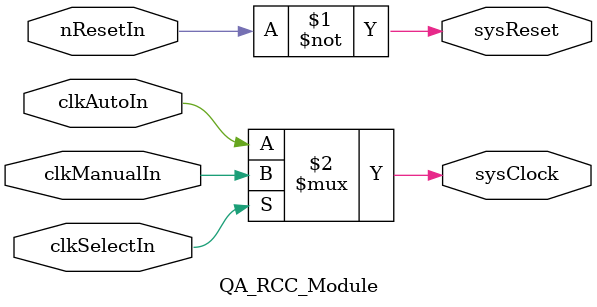
<source format=v>
/* ----------------------------------------------------------------------- */
/*                                                                         */
/*   Quartz Arc                                                            */
/*                                                                         */
/*   FPGA Basics Code                                                      */
/*                                                                         */
/*   Terasic DE0-CV                                                        */
/*                                                                         */
/*   System: Core                                                          */
/*   Role: Reset & Clock Control                                           */
/*   Filename: QA_RCC.v                                                    */
/*   Date: 23rd January 2021                                               */
/*   Created By: Benjamin Rosser                                           */
/*                                                                         */
/*   This code is covered by Creative Commons CC-BY-NC-SA license          */
/*   (C) Copyright 2021 Benjamin Rosser                                    */
/*                                                                         */
/* ----------------------------------------------------------------------- */


//----------------------------
//QA_RCC_Module
//Reset & Clock Control Module
//----------------------------
module QA_RCC_Module (

  input nResetIn,
  
  input clkManualIn,
  input clkAutoIn,
  
  input clkSelectIn,
  
  output sysReset,
  output sysClock

);


  assign sysReset = ~nResetIn;
  
  assign sysClock = clkSelectIn ? clkManualIn : clkAutoIn;


endmodule

</source>
